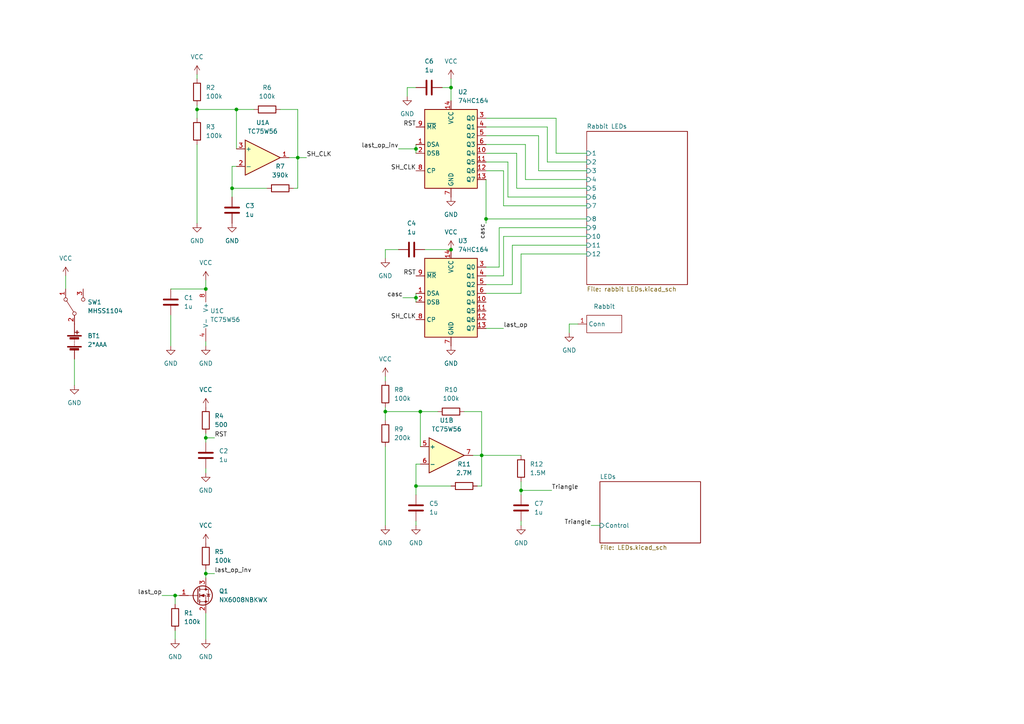
<source format=kicad_sch>
(kicad_sch (version 20211123) (generator eeschema)
  (paper "A4")
  (lib_symbols
    (symbol "74xx:74HC164"
      (property "Reference" "U" (at 1.905 -13.97 0))
      (property "Value" "74HC164" (at 1.905 -16.51 0))
      (symbol "74HC164_0_1"
        (rectangle (start 7.62 10.16) (end -7.62 -12.7) (stroke (width 0.254)) (fill (type background)))
      )
      (symbol "74HC164_1_1"
        (pin input line (at -10.16 0 0) (length 2.54) (name "DSA") (number "1"))
        (pin output line (at 10.16 -2.54 180) (length 2.54) (name "Q4") (number "10"))
        (pin output line (at 10.16 -5.08 180) (length 2.54) (name "Q5") (number "11"))
        (pin output line (at 10.16 -7.62 180) (length 2.54) (name "Q6") (number "12"))
        (pin output line (at 10.16 -10.16 180) (length 2.54) (name "Q7") (number "13"))
        (pin power_in line (at 0 12.7 270) (length 2.54) (name "VCC") (number "14"))
        (pin input line (at -10.16 -2.54 0) (length 2.54) (name "DSB") (number "2"))
        (pin output line (at 10.16 7.62 180) (length 2.54) (name "Q0") (number "3"))
        (pin output line (at 10.16 5.08 180) (length 2.54) (name "Q1") (number "4"))
        (pin output line (at 10.16 2.54 180) (length 2.54) (name "Q2") (number "5"))
        (pin output line (at 10.16 0 180) (length 2.54) (name "Q3") (number "6"))
        (pin power_in line (at 0 -15.24 90) (length 2.54) (name "GND") (number "7"))
        (pin input line (at -10.16 -7.62 0) (length 2.54) (name "CP") (number "8"))
        (pin input line (at -10.16 5.08 0) (length 2.54) (name "~{MR}") (number "9"))
      )
    )
    (symbol "Device:Battery" (pin_numbers hide) (pin_names (offset 0) hide)
      (property "Reference" "BT" (at 2.54 2.54 0))
      (property "Value" "Battery" (at 2.54 0 0))
      (symbol "Battery_0_1"
        (rectangle (start -2.032 -1.397) (end 2.032 -1.651) (fill (type outline)))
        (rectangle (start -2.032 1.778) (end 2.032 1.524) (fill (type outline)))
        (rectangle (start -1.3208 -1.9812) (end 1.27 -2.4892) (fill (type outline)))
        (rectangle (start -1.3208 1.1938) (end 1.27 0.6858) (fill (type outline)))
        (polyline (pts (xy 0 -1.524) (xy 0 -1.27)))
        (polyline (pts (xy 0 -1.016) (xy 0 -0.762)))
        (polyline (pts (xy 0 -0.508) (xy 0 -0.254)))
        (polyline (pts (xy 0 0) (xy 0 0.254)))
        (polyline (pts (xy 0 0.508) (xy 0 0.762)))
        (polyline (pts (xy 0 1.778) (xy 0 2.54)))
        (polyline (pts (xy 0.254 2.667) (xy 1.27 2.667)) (stroke (width 0.254)))
        (polyline (pts (xy 0.762 3.175) (xy 0.762 2.159)) (stroke (width 0.254)))
      )
      (symbol "Battery_1_1"
        (pin passive line (at 0 5.08 270) (length 2.54) (name "+") (number "1"))
        (pin passive line (at 0 -5.08 90) (length 2.54) (name "-") (number "2"))
      )
    )
    (symbol "Device:C" (pin_numbers hide) (pin_names (offset 0.254))
      (property "Reference" "C" (at 0.635 2.54 0))
      (property "Value" "C" (at 0.635 -2.54 0))
      (symbol "C_0_1"
        (polyline (pts (xy -2.032 -0.762) (xy 2.032 -0.762)) (stroke (width 0.508)))
        (polyline (pts (xy -2.032 0.762) (xy 2.032 0.762)) (stroke (width 0.508)))
      )
      (symbol "C_1_1"
        (pin passive line (at 0 3.81 270) (length 2.794) (name "~") (number "1"))
        (pin passive line (at 0 -3.81 90) (length 2.794) (name "~") (number "2"))
      )
    )
    (symbol "Device:R" (pin_numbers hide) (pin_names (offset 0))
      (property "Reference" "R" (at 2.032 0 90))
      (property "Value" "R" (at 0 0 90))
      (symbol "R_0_1"
        (rectangle (start -1.016 -2.54) (end 1.016 2.54) (stroke (width 0.254)))
      )
      (symbol "R_1_1"
        (pin passive line (at 0 3.81 270) (length 1.27) (name "~") (number "1"))
        (pin passive line (at 0 -3.81 90) (length 1.27) (name "~") (number "2"))
      )
    )
    (symbol "Library:Rabbit"
      (property "Reference" "U" (at 0 2.54 0))
      (property "Value" "Rabbit" (at 0 0 0))
      (symbol "Rabbit_0_1"
        (rectangle (start -5.08 -1.27) (end 5.08 -6.35))
      )
      (symbol "Rabbit_1_1"
        (pin bidirectional line (at 7.62 -3.81 180) (length 2.54) (name "Conn") (number "1"))
      )
    )
    (symbol "Library:TC75W56" (pin_names (offset 0.127))
      (property "Reference" "U" (at 3.81 3.81 0))
      (property "Value" "TC75W56" (at 6.35 -3.81 0))
      (symbol "TC75W56_1_1"
        (polyline (pts (xy -5.08 5.08) (xy 5.08 0) (xy -5.08 -5.08) (xy -5.08 5.08)) (stroke (width 0.254)) (fill (type background)))
        (pin output line (at 7.62 0 180) (length 2.54) (name "~") (number "1"))
        (pin input line (at -7.62 -2.54 0) (length 2.54) (name "-") (number "2"))
        (pin input line (at -7.62 2.54 0) (length 2.54) (name "+") (number "3"))
      )
      (symbol "TC75W56_2_1"
        (polyline (pts (xy -5.08 5.08) (xy 5.08 0) (xy -5.08 -5.08) (xy -5.08 5.08)) (stroke (width 0.254)) (fill (type background)))
        (pin input line (at -7.62 2.54 0) (length 2.54) (name "+") (number "5"))
        (pin input line (at -7.62 -2.54 0) (length 2.54) (name "-") (number "6"))
        (pin output line (at 7.62 0 180) (length 2.54) (name "~") (number "7"))
      )
      (symbol "TC75W56_3_1"
        (pin power_in line (at -2.54 -7.62 90) (length 3.81) (name "V-") (number "4"))
        (pin power_in line (at -2.54 7.62 270) (length 3.81) (name "V+") (number "8"))
      )
    )
    (symbol "Switch:SW_SPDT" (pin_names (offset 0) hide)
      (property "Reference" "SW" (at 0 4.318 0))
      (property "Value" "SW_SPDT" (at 0 -5.08 0))
      (symbol "SW_SPDT_0_0"
        (circle (center -2.032 0) (radius 0.508))
        (circle (center 2.032 -2.54) (radius 0.508))
      )
      (symbol "SW_SPDT_0_1"
        (polyline (pts (xy -1.524 0.254) (xy 1.651 2.286)))
        (circle (center 2.032 2.54) (radius 0.508))
      )
      (symbol "SW_SPDT_1_1"
        (pin passive line (at 5.08 2.54 180) (length 2.54) (name "A") (number "1"))
        (pin passive line (at -5.08 0 0) (length 2.54) (name "B") (number "2"))
        (pin passive line (at 5.08 -2.54 180) (length 2.54) (name "C") (number "3"))
      )
    )
    (symbol "Transistor_FET:BSN20" (pin_names hide)
      (property "Reference" "Q" (at 5.08 1.905 0))
      (property "Value" "BSN20" (at 5.08 0 0))
      (symbol "BSN20_0_1"
        (polyline (pts (xy 0.254 0) (xy -2.54 0)))
        (polyline (pts (xy 0.254 1.905) (xy 0.254 -1.905)) (stroke (width 0.254)))
        (polyline (pts (xy 0.762 -1.27) (xy 0.762 -2.286)) (stroke (width 0.254)))
        (polyline (pts (xy 0.762 0.508) (xy 0.762 -0.508)) (stroke (width 0.254)))
        (polyline (pts (xy 0.762 2.286) (xy 0.762 1.27)) (stroke (width 0.254)))
        (polyline (pts (xy 2.54 2.54) (xy 2.54 1.778)))
        (polyline (pts (xy 2.54 -2.54) (xy 2.54 0) (xy 0.762 0)))
        (polyline (pts (xy 0.762 -1.778) (xy 3.302 -1.778) (xy 3.302 1.778) (xy 0.762 1.778)))
        (polyline (pts (xy 1.016 0) (xy 2.032 0.381) (xy 2.032 -0.381) (xy 1.016 0)) (fill (type outline)))
        (polyline (pts (xy 2.794 0.508) (xy 2.921 0.381) (xy 3.683 0.381) (xy 3.81 0.254)))
        (polyline (pts (xy 3.302 0.381) (xy 2.921 -0.254) (xy 3.683 -0.254) (xy 3.302 0.381)))
        (circle (center 1.651 0) (radius 2.794) (stroke (width 0.254)))
        (circle (center 2.54 -1.778) (radius 0.254) (fill (type outline)))
        (circle (center 2.54 1.778) (radius 0.254) (fill (type outline)))
      )
      (symbol "BSN20_1_1"
        (pin input line (at -5.08 0 0) (length 2.54) (name "G") (number "1"))
        (pin passive line (at 2.54 -5.08 90) (length 2.54) (name "S") (number "2"))
        (pin passive line (at 2.54 5.08 270) (length 2.54) (name "D") (number "3"))
      )
    )
    (symbol "power:GND" (power) (pin_names (offset 0))
      (property "Value" "GND" (at 0 -3.81 0))
      (symbol "GND_0_1"
        (polyline (pts (xy 0 0) (xy 0 -1.27) (xy 1.27 -1.27) (xy 0 -2.54) (xy -1.27 -1.27) (xy 0 -1.27)))
      )
      (symbol "GND_1_1"
        (pin power_in line (at 0 0 270) (length 0) hide (name "GND") (number "1"))
      )
    )
    (symbol "power:VCC" (power) (pin_names (offset 0))
      (property "Value" "VCC" (at 0 3.81 0))
      (symbol "VCC_0_1"
        (polyline (pts (xy -0.762 1.27) (xy 0 2.54)))
        (polyline (pts (xy 0 0) (xy 0 2.54)))
        (polyline (pts (xy 0 2.54) (xy 0.762 1.27)))
      )
      (symbol "VCC_1_1"
        (pin power_in line (at 0 0 90) (length 0) hide (name "VCC") (number "1"))
      )
    )
  )
  (junction (at 121.92 119.38))
  (junction (at 67.31 54.61))
  (junction (at 139.7 132.08))
  (junction (at 151.13 142.24))
  (junction (at 130.81 25.4))
  (junction (at 50.8 172.72))
  (junction (at 68.58 31.75))
  (junction (at 59.69 166.37))
  (junction (at 130.81 72.39))
  (junction (at 59.69 127))
  (junction (at 120.65 140.97))
  (junction (at 111.76 119.38))
  (junction (at 57.15 31.75))
  (junction (at 86.36 45.72))
  (junction (at 120.65 86.36))
  (junction (at 120.65 43.18))
  (junction (at 140.97 63.5))
  (junction (at 59.69 83.82))
  (wire (pts (xy 149.86 44.45) (xy 140.97 44.45)))
  (wire (pts (xy 165.1 96.52) (xy 165.1 93.98)))
  (wire (pts (xy 111.76 119.38) (xy 111.76 121.92)))
  (wire (pts (xy 140.97 63.5) (xy 170.18 63.5)))
  (wire (pts (xy 146.05 49.53) (xy 140.97 49.53)))
  (wire (pts (xy 140.97 46.99) (xy 147.32 46.99)))
  (wire (pts (xy 144.78 66.04) (xy 170.18 66.04)))
  (wire (pts (xy 139.7 132.08) (xy 151.13 132.08)))
  (wire (pts (xy 57.15 31.75) (xy 68.58 31.75)))
  (wire (pts (xy 144.78 77.47) (xy 144.78 66.04)))
  (wire (pts (xy 170.18 73.66) (xy 151.13 73.66)))
  (wire (pts (xy 146.05 59.69) (xy 146.05 49.53)))
  (wire (pts (xy 86.36 45.72) (xy 88.9 45.72)))
  (wire (pts (xy 59.69 135.89) (xy 59.69 137.16)))
  (wire (pts (xy 170.18 68.58) (xy 146.05 68.58)))
  (wire (pts (xy 158.75 36.83) (xy 158.75 46.99)))
  (wire (pts (xy 59.69 125.73) (xy 59.69 127)))
  (wire (pts (xy 123.19 72.39) (xy 130.81 72.39)))
  (wire (pts (xy 85.09 54.61) (xy 86.36 54.61)))
  (wire (pts (xy 134.62 119.38) (xy 139.7 119.38)))
  (wire (pts (xy 161.29 44.45) (xy 170.18 44.45)))
  (wire (pts (xy 111.76 72.39) (xy 115.57 72.39)))
  (wire (pts (xy 59.69 81.28) (xy 59.69 83.82)))
  (wire (pts (xy 120.65 43.18) (xy 120.65 44.45)))
  (wire (pts (xy 128.27 25.4) (xy 130.81 25.4)))
  (wire (pts (xy 151.13 85.09) (xy 140.97 85.09)))
  (wire (pts (xy 111.76 119.38) (xy 121.92 119.38)))
  (wire (pts (xy 151.13 73.66) (xy 151.13 85.09)))
  (wire (pts (xy 57.15 31.75) (xy 57.15 34.29)))
  (wire (pts (xy 170.18 59.69) (xy 146.05 59.69)))
  (wire (pts (xy 146.05 80.01) (xy 140.97 80.01)))
  (wire (pts (xy 59.69 166.37) (xy 62.23 166.37)))
  (wire (pts (xy 151.13 142.24) (xy 151.13 143.51)))
  (wire (pts (xy 111.76 109.22) (xy 111.76 110.49)))
  (wire (pts (xy 67.31 48.26) (xy 68.58 48.26)))
  (wire (pts (xy 59.69 127) (xy 59.69 128.27)))
  (wire (pts (xy 21.59 104.14) (xy 21.59 111.76)))
  (wire (pts (xy 156.21 49.53) (xy 156.21 39.37)))
  (wire (pts (xy 59.69 165.1) (xy 59.69 166.37)))
  (wire (pts (xy 118.11 27.94) (xy 118.11 25.4)))
  (wire (pts (xy 50.8 182.88) (xy 50.8 185.42)))
  (wire (pts (xy 152.4 41.91) (xy 152.4 52.07)))
  (wire (pts (xy 120.65 41.91) (xy 120.65 43.18)))
  (wire (pts (xy 121.92 119.38) (xy 127 119.38)))
  (wire (pts (xy 50.8 172.72) (xy 52.07 172.72)))
  (wire (pts (xy 59.69 177.8) (xy 59.69 185.42)))
  (wire (pts (xy 120.65 85.09) (xy 120.65 86.36)))
  (wire (pts (xy 86.36 31.75) (xy 86.36 45.72)))
  (wire (pts (xy 138.43 140.97) (xy 139.7 140.97)))
  (wire (pts (xy 161.29 34.29) (xy 161.29 44.45)))
  (wire (pts (xy 68.58 31.75) (xy 73.66 31.75)))
  (wire (pts (xy 158.75 46.99) (xy 170.18 46.99)))
  (wire (pts (xy 151.13 139.7) (xy 151.13 142.24)))
  (wire (pts (xy 57.15 64.77) (xy 57.15 41.91)))
  (wire (pts (xy 137.16 132.08) (xy 139.7 132.08)))
  (wire (pts (xy 148.59 71.12) (xy 170.18 71.12)))
  (wire (pts (xy 49.53 83.82) (xy 59.69 83.82)))
  (wire (pts (xy 49.53 91.44) (xy 49.53 100.33)))
  (wire (pts (xy 140.97 64.77) (xy 140.97 63.5)))
  (wire (pts (xy 81.28 31.75) (xy 86.36 31.75)))
  (wire (pts (xy 146.05 95.25) (xy 140.97 95.25)))
  (wire (pts (xy 86.36 45.72) (xy 83.82 45.72)))
  (wire (pts (xy 130.81 22.86) (xy 130.81 25.4)))
  (wire (pts (xy 121.92 119.38) (xy 121.92 129.54)))
  (wire (pts (xy 50.8 172.72) (xy 50.8 175.26)))
  (wire (pts (xy 57.15 30.48) (xy 57.15 31.75)))
  (wire (pts (xy 68.58 31.75) (xy 68.58 43.18)))
  (wire (pts (xy 140.97 34.29) (xy 161.29 34.29)))
  (wire (pts (xy 59.69 100.33) (xy 59.69 99.06)))
  (wire (pts (xy 120.65 86.36) (xy 120.65 87.63)))
  (wire (pts (xy 140.97 82.55) (xy 148.59 82.55)))
  (wire (pts (xy 140.97 63.5) (xy 140.97 52.07)))
  (wire (pts (xy 120.65 143.51) (xy 120.65 140.97)))
  (wire (pts (xy 148.59 82.55) (xy 148.59 71.12)))
  (wire (pts (xy 46.99 172.72) (xy 50.8 172.72)))
  (wire (pts (xy 147.32 57.15) (xy 170.18 57.15)))
  (wire (pts (xy 120.65 140.97) (xy 130.81 140.97)))
  (wire (pts (xy 120.65 152.4) (xy 120.65 151.13)))
  (wire (pts (xy 139.7 119.38) (xy 139.7 132.08)))
  (wire (pts (xy 67.31 54.61) (xy 77.47 54.61)))
  (wire (pts (xy 152.4 52.07) (xy 170.18 52.07)))
  (wire (pts (xy 111.76 74.93) (xy 111.76 72.39)))
  (wire (pts (xy 116.84 86.36) (xy 120.65 86.36)))
  (wire (pts (xy 146.05 68.58) (xy 146.05 80.01)))
  (wire (pts (xy 115.57 43.18) (xy 120.65 43.18)))
  (wire (pts (xy 59.69 166.37) (xy 59.69 167.64)))
  (wire (pts (xy 139.7 132.08) (xy 139.7 140.97)))
  (wire (pts (xy 171.45 152.4) (xy 173.99 152.4)))
  (wire (pts (xy 147.32 46.99) (xy 147.32 57.15)))
  (wire (pts (xy 170.18 54.61) (xy 149.86 54.61)))
  (wire (pts (xy 120.65 140.97) (xy 120.65 134.62)))
  (wire (pts (xy 120.65 134.62) (xy 121.92 134.62)))
  (wire (pts (xy 86.36 45.72) (xy 86.36 54.61)))
  (wire (pts (xy 118.11 25.4) (xy 120.65 25.4)))
  (wire (pts (xy 170.18 49.53) (xy 156.21 49.53)))
  (wire (pts (xy 111.76 118.11) (xy 111.76 119.38)))
  (wire (pts (xy 140.97 41.91) (xy 152.4 41.91)))
  (wire (pts (xy 57.15 21.59) (xy 57.15 22.86)))
  (wire (pts (xy 140.97 77.47) (xy 144.78 77.47)))
  (wire (pts (xy 19.05 80.01) (xy 19.05 83.82)))
  (wire (pts (xy 151.13 151.13) (xy 151.13 152.4)))
  (wire (pts (xy 149.86 54.61) (xy 149.86 44.45)))
  (wire (pts (xy 140.97 36.83) (xy 158.75 36.83)))
  (wire (pts (xy 67.31 57.15) (xy 67.31 54.61)))
  (wire (pts (xy 67.31 54.61) (xy 67.31 48.26)))
  (wire (pts (xy 165.1 93.98) (xy 167.64 93.98)))
  (wire (pts (xy 111.76 152.4) (xy 111.76 129.54)))
  (wire (pts (xy 156.21 39.37) (xy 140.97 39.37)))
  (wire (pts (xy 130.81 25.4) (xy 130.81 29.21)))
  (wire (pts (xy 62.23 127) (xy 59.69 127)))
  (wire (pts (xy 151.13 142.24) (xy 160.02 142.24)))
  (label "last_op_inv" (at 115.57 43.18 180))
  (label "RST" (at 62.23 127 0))
  (label "casc" (at 140.97 64.77 270))
  (label "casc" (at 116.84 86.36 180))
  (label "Triangle" (at 160.02 142.24 0))
  (label "last_op" (at 146.05 95.25 0))
  (label "Triangle" (at 171.45 152.4 180))
  (label "RST" (at 120.65 80.01 180))
  (label "SH_CLK" (at 120.65 49.53 180))
  (label "RST" (at 120.65 36.83 180))
  (label "last_op" (at 46.99 172.72 180))
  (label "SH_CLK" (at 120.65 92.71 180))
  (label "SH_CLK" (at 88.9 45.72 0))
  (label "last_op_inv" (at 62.23 166.37 0))
  (symbol (lib_id "Library:TC75W56") (at 76.2 45.72 0) (unit 1)
    (property "Reference" "U1" (at 76.2 35.56 0))
    (property "Value" "TC75W56" (at 76.2 38.1 0))
    (property "Footprint" "Package_SO:VSSOP-8_2.3x2mm_P0.5mm" (effects hide))
    (property "Datasheet" "https://toshiba.semicon-storage.com/info/TC75W56FU_datasheet_en_20171201.pdf?did=21013&prodName=TC75W56FU" (effects hide))
  )
  (symbol (lib_id "power:VCC") (at 19.05 80.01 0) (unit 1)
    (property "Reference" "#PWR01" (effects hide))
    (property "Value" "VCC" (at 19.05 74.93 0))
  )
  (symbol (lib_id "Device:R") (at 50.8 179.07 180) (unit 1)
    (property "Reference" "R1" (at 53.34 177.7999 0) (effects (justify right)))
    (property "Value" "100k" (at 53.34 180.3399 0) (effects (justify right)))
    (property "Footprint" "Resistor_SMD:R_1206_3216Metric_Pad1.30x1.75mm_HandSolder" (effects hide))
  )
  (symbol (lib_id "Device:C") (at 49.53 87.63 0) (unit 1)
    (property "Reference" "C1" (at 53.34 86.3599 0) (effects (justify left)))
    (property "Value" "1u" (at 53.34 88.8999 0) (effects (justify left)))
    (property "Footprint" "Capacitor_SMD:C_1206_3216Metric_Pad1.33x1.80mm_HandSolder" (effects hide))
    (property "PN" "CL31B105KAHNNNE" (effects hide))
  )
  (symbol (lib_id "power:GND") (at 130.81 100.33 0) (unit 1)
    (property "Reference" "#PWR022" (effects hide))
    (property "Value" "GND" (at 130.81 105.41 0))
  )
  (symbol (lib_id "power:GND") (at 151.13 152.4 0) (unit 1)
    (property "Reference" "#PWR023" (effects hide))
    (property "Value" "GND" (at 151.13 157.48 0))
  )
  (symbol (lib_id "power:GND") (at 50.8 185.42 0) (unit 1)
    (property "Reference" "#PWR04" (effects hide))
    (property "Value" "GND" (at 50.8 190.5 0))
  )
  (symbol (lib_id "Device:R") (at 130.81 119.38 270) (unit 1)
    (property "Reference" "R10" (at 130.81 113.03 90))
    (property "Value" "100k" (at 130.81 115.57 90))
    (property "Footprint" "Resistor_SMD:R_1206_3216Metric_Pad1.30x1.75mm_HandSolder" (effects hide))
  )
  (symbol (lib_id "Transistor_FET:BSN20") (at 57.15 172.72 0) (unit 1)
    (property "Reference" "Q1" (at 63.5 171.4499 0) (effects (justify left)))
    (property "Value" "NX6008NBKWX" (at 63.5 173.9899 0) (effects (justify left)))
    (property "Footprint" "Package_TO_SOT_SMD:SOT-323_SC-70_Handsoldering" (effects hide))
    (property "Datasheet" "https://assets.nexperia.com/documents/data-sheet/NX6008NBKW.pdf" (effects hide))
    (property "PN" "NX6008NBKWX" (effects hide))
  )
  (symbol (lib_id "Device:R") (at 81.28 54.61 270) (unit 1)
    (property "Reference" "R7" (at 81.28 48.26 90))
    (property "Value" "390k" (at 81.28 50.8 90))
    (property "Footprint" "Resistor_SMD:R_1206_3216Metric_Pad1.30x1.75mm_HandSolder" (effects hide))
  )
  (symbol (lib_id "Switch:SW_SPDT") (at 21.59 88.9 90) (unit 1)
    (property "Reference" "SW1" (at 25.4 87.6299 90) (effects (justify right)))
    (property "Value" "MHSS1104" (at 25.4 90.1699 90) (effects (justify right)))
    (property "Footprint" "Library:MHSS1104" (effects hide))
    (property "PN" "MHSS1104" (effects hide))
  )
  (symbol (lib_id "power:GND") (at 57.15 64.77 0) (unit 1)
    (property "Reference" "#PWR06" (effects hide))
    (property "Value" "GND" (at 57.15 69.85 0))
  )
  (symbol (lib_id "Device:C") (at 67.31 60.96 0) (unit 1)
    (property "Reference" "C3" (at 71.12 59.6899 0) (effects (justify left)))
    (property "Value" "1u" (at 71.12 62.2299 0) (effects (justify left)))
    (property "Footprint" "Capacitor_SMD:C_1206_3216Metric_Pad1.33x1.80mm_HandSolder" (effects hide))
    (property "PN" "CL31B105KAHNNNE" (effects hide))
  )
  (symbol (lib_id "Device:R") (at 151.13 135.89 0) (unit 1)
    (property "Reference" "R12" (at 153.67 134.6199 0) (effects (justify left)))
    (property "Value" "1.5M" (at 153.67 137.1599 0) (effects (justify left)))
    (property "Footprint" "Resistor_SMD:R_1206_3216Metric_Pad1.30x1.75mm_HandSolder" (effects hide))
  )
  (symbol (lib_id "power:GND") (at 111.76 152.4 0) (unit 1)
    (property "Reference" "#PWR016" (effects hide))
    (property "Value" "GND" (at 111.76 157.48 0))
  )
  (symbol (lib_id "power:GND") (at 118.11 27.94 0) (unit 1)
    (property "Reference" "#PWR017" (effects hide))
    (property "Value" "GND" (at 118.11 33.02 0))
  )
  (symbol (lib_id "power:GND") (at 21.59 111.76 0) (unit 1)
    (property "Reference" "#PWR02" (effects hide))
    (property "Value" "GND" (at 21.59 116.84 0))
  )
  (symbol (lib_id "Device:Battery") (at 21.59 99.06 0) (unit 1)
    (property "Reference" "BT1" (at 25.4 97.4089 0) (effects (justify left)))
    (property "Value" "2*AAA" (at 25.4 99.9489 0) (effects (justify left)))
    (property "Footprint" "Battery:BatteryHolder_Keystone_2468_2xAAA" (effects hide))
  )
  (symbol (lib_id "Device:C") (at 151.13 147.32 0) (unit 1)
    (property "Reference" "C7" (at 154.94 146.0499 0) (effects (justify left)))
    (property "Value" "1u" (at 154.94 148.5899 0) (effects (justify left)))
    (property "Footprint" "Capacitor_SMD:C_1206_3216Metric_Pad1.33x1.80mm_HandSolder" (effects hide))
    (property "PN" "CL31B105KAHNNNE" (effects hide))
  )
  (symbol (lib_id "Library:TC75W56") (at 129.54 132.08 0) (unit 2)
    (property "Reference" "U1" (at 129.54 121.92 0))
    (property "Value" "TC75W56" (at 129.54 124.46 0))
    (property "Footprint" "Package_SO:VSSOP-8_2.3x2mm_P0.5mm" (effects hide))
    (property "Datasheet" "https://toshiba.semicon-storage.com/info/TC75W56FU_datasheet_en_20171201.pdf?did=21013&prodName=TC75W56FU" (effects hide))
  )
  (symbol (lib_id "Device:C") (at 120.65 147.32 0) (unit 1)
    (property "Reference" "C5" (at 124.46 146.0499 0) (effects (justify left)))
    (property "Value" "1u" (at 124.46 148.5899 0) (effects (justify left)))
    (property "Footprint" "Capacitor_SMD:C_1206_3216Metric_Pad1.33x1.80mm_HandSolder" (effects hide))
    (property "PN" "CL31B105KAHNNNE" (effects hide))
  )
  (symbol (lib_id "Device:C") (at 59.69 132.08 0) (unit 1)
    (property "Reference" "C2" (at 63.5 130.8099 0) (effects (justify left)))
    (property "Value" "1u" (at 63.5 133.3499 0) (effects (justify left)))
    (property "Footprint" "Capacitor_SMD:C_1206_3216Metric_Pad1.33x1.80mm_HandSolder" (effects hide))
    (property "PN" "CL31B105KAHNNNE" (effects hide))
  )
  (symbol (lib_id "power:VCC") (at 59.69 118.11 0) (unit 1)
    (property "Reference" "#PWR09" (effects hide))
    (property "Value" "VCC" (at 59.69 113.03 0))
  )
  (symbol (lib_id "Device:R") (at 134.62 140.97 270) (unit 1)
    (property "Reference" "R11" (at 134.62 134.62 90))
    (property "Value" "2.7M" (at 134.62 137.16 90))
    (property "Footprint" "Resistor_SMD:R_1206_3216Metric_Pad1.30x1.75mm_HandSolder" (effects hide))
  )
  (symbol (lib_id "Device:R") (at 57.15 38.1 0) (unit 1)
    (property "Reference" "R3" (at 59.69 36.8299 0) (effects (justify left)))
    (property "Value" "100k" (at 59.69 39.3699 0) (effects (justify left)))
    (property "Footprint" "Resistor_SMD:R_1206_3216Metric_Pad1.30x1.75mm_HandSolder" (effects hide))
  )
  (symbol (lib_id "power:VCC") (at 130.81 72.39 0) (unit 1)
    (property "Reference" "#PWR021" (effects hide))
    (property "Value" "VCC" (at 130.81 67.31 0))
  )
  (symbol (lib_id "Library:TC75W56") (at 62.23 91.44 0) (unit 3)
    (property "Reference" "U1" (at 60.96 90.1699 0) (effects (justify left)))
    (property "Value" "TC75W56" (at 60.96 92.7099 0) (effects (justify left)))
    (property "Footprint" "Package_SO:VSSOP-8_2.3x2mm_P0.5mm" (effects hide))
    (property "Datasheet" "https://toshiba.semicon-storage.com/info/TC75W56FU_datasheet_en_20171201.pdf?did=21013&prodName=TC75W56FU" (effects hide))
  )
  (symbol (lib_id "power:GND") (at 59.69 137.16 0) (unit 1)
    (property "Reference" "#PWR010" (effects hide))
    (property "Value" "GND" (at 59.69 142.24 0))
  )
  (symbol (lib_id "power:VCC") (at 111.76 109.22 0) (unit 1)
    (property "Reference" "#PWR015" (effects hide))
    (property "Value" "VCC" (at 111.76 104.14 0))
  )
  (symbol (lib_id "power:VCC") (at 57.15 21.59 0) (unit 1)
    (property "Reference" "#PWR05" (effects hide))
    (property "Value" "VCC" (at 57.15 16.51 0))
  )
  (symbol (lib_id "power:GND") (at 165.1 96.52 0) (mirror y) (unit 1)
    (property "Reference" "#PWR024" (effects hide))
    (property "Value" "GND" (at 165.1 101.6 0))
  )
  (symbol (lib_id "Device:C") (at 119.38 72.39 90) (unit 1)
    (property "Reference" "C4" (at 119.38 64.77 90))
    (property "Value" "1u" (at 119.38 67.31 90))
    (property "Footprint" "Capacitor_SMD:C_1206_3216Metric_Pad1.33x1.80mm_HandSolder" (effects hide))
  )
  (symbol (lib_id "power:GND") (at 59.69 185.42 0) (unit 1)
    (property "Reference" "#PWR012" (effects hide))
    (property "Value" "GND" (at 59.69 190.5 0))
  )
  (symbol (lib_id "power:VCC") (at 59.69 157.48 0) (unit 1)
    (property "Reference" "#PWR011" (effects hide))
    (property "Value" "VCC" (at 59.69 152.4 0))
  )
  (symbol (lib_id "power:VCC") (at 59.69 81.28 0) (unit 1)
    (property "Reference" "#PWR07" (effects hide))
    (property "Value" "VCC" (at 59.69 76.2 0))
  )
  (symbol (lib_id "Library:Rabbit") (at 175.26 90.17 0) (mirror y) (unit 1) (in_bom no)
    (property "Reference" "U4" (effects hide))
    (property "Value" "Rabbit" (at 175.26 88.9 0))
    (property "Footprint" "Library:Rabbit" (effects hide))
  )
  (symbol (lib_id "power:GND") (at 49.53 100.33 0) (unit 1)
    (property "Reference" "#PWR03" (effects hide))
    (property "Value" "GND" (at 49.53 105.41 0))
  )
  (symbol (lib_id "Device:R") (at 111.76 125.73 0) (unit 1)
    (property "Reference" "R9" (at 114.3 124.4599 0) (effects (justify left)))
    (property "Value" "200k" (at 114.3 126.9999 0) (effects (justify left)))
    (property "Footprint" "Resistor_SMD:R_1206_3216Metric_Pad1.30x1.75mm_HandSolder" (effects hide))
  )
  (symbol (lib_id "Device:R") (at 59.69 121.92 0) (unit 1)
    (property "Reference" "R4" (at 62.23 120.6499 0) (effects (justify left)))
    (property "Value" "500" (at 62.23 123.1899 0) (effects (justify left)))
    (property "Footprint" "Resistor_SMD:R_1206_3216Metric_Pad1.30x1.75mm_HandSolder" (effects hide))
  )
  (symbol (lib_id "Device:R") (at 77.47 31.75 270) (unit 1)
    (property "Reference" "R6" (at 77.47 25.4 90))
    (property "Value" "100k" (at 77.47 27.94 90))
    (property "Footprint" "Resistor_SMD:R_1206_3216Metric_Pad1.30x1.75mm_HandSolder" (effects hide))
  )
  (symbol (lib_id "74xx:74HC164") (at 130.81 41.91 0) (unit 1)
    (property "Reference" "U2" (at 132.8294 26.67 0) (effects (justify left)))
    (property "Value" "74HC164" (at 132.8294 29.21 0) (effects (justify left)))
    (property "Footprint" "Package_SO:SOIC-14_3.9x8.7mm_P1.27mm" (effects hide))
    (property "Datasheet" "https://assets.nexperia.com/documents/data-sheet/74HC_HCT164.pdf" (effects hide))
    (property "PN" "MC74HC164ADR2G" (effects hide))
  )
  (symbol (lib_id "Device:R") (at 111.76 114.3 0) (unit 1)
    (property "Reference" "R8" (at 114.3 113.0299 0) (effects (justify left)))
    (property "Value" "100k" (at 114.3 115.5699 0) (effects (justify left)))
    (property "Footprint" "Resistor_SMD:R_1206_3216Metric_Pad1.30x1.75mm_HandSolder" (effects hide))
  )
  (symbol (lib_id "Device:C") (at 124.46 25.4 90) (unit 1)
    (property "Reference" "C6" (at 124.46 17.78 90))
    (property "Value" "1u" (at 124.46 20.32 90))
    (property "Footprint" "Capacitor_SMD:C_1206_3216Metric_Pad1.33x1.80mm_HandSolder" (effects hide))
  )
  (symbol (lib_id "power:GND") (at 120.65 152.4 0) (unit 1)
    (property "Reference" "#PWR018" (effects hide))
    (property "Value" "GND" (at 120.65 157.48 0))
  )
  (symbol (lib_id "74xx:74HC164") (at 130.81 85.09 0) (unit 1)
    (property "Reference" "U3" (at 132.8294 69.85 0) (effects (justify left)))
    (property "Value" "74HC164" (at 132.8294 72.39 0) (effects (justify left)))
    (property "Footprint" "Package_SO:SOIC-14_3.9x8.7mm_P1.27mm" (effects hide))
    (property "Datasheet" "https://assets.nexperia.com/documents/data-sheet/74HC_HCT164.pdf" (effects hide))
    (property "PN" "MC74HC164ADR2G" (effects hide))
  )
  (symbol (lib_id "power:GND") (at 59.69 100.33 0) (unit 1)
    (property "Reference" "#PWR08" (effects hide))
    (property "Value" "GND" (at 59.69 105.41 0))
  )
  (symbol (lib_id "power:VCC") (at 130.81 22.86 0) (unit 1)
    (property "Reference" "#PWR019" (effects hide))
    (property "Value" "VCC" (at 130.81 17.78 0))
  )
  (symbol (lib_id "Device:R") (at 59.69 161.29 0) (unit 1)
    (property "Reference" "R5" (at 62.23 160.0199 0) (effects (justify left)))
    (property "Value" "100k" (at 62.23 162.5599 0) (effects (justify left)))
    (property "Footprint" "Resistor_SMD:R_1206_3216Metric_Pad1.30x1.75mm_HandSolder" (effects hide))
  )
  (symbol (lib_id "power:GND") (at 67.31 64.77 0) (unit 1)
    (property "Reference" "#PWR013" (effects hide))
    (property "Value" "GND" (at 67.31 69.85 0))
  )
  (symbol (lib_id "power:GND") (at 111.76 74.93 0) (unit 1)
    (property "Reference" "#PWR014" (effects hide))
    (property "Value" "GND" (at 111.76 80.01 0))
  )
  (symbol (lib_id "power:GND") (at 130.81 57.15 0) (unit 1)
    (property "Reference" "#PWR020" (effects hide))
    (property "Value" "GND" (at 130.81 62.23 0))
  )
  (symbol (lib_id "Device:R") (at 57.15 26.67 0) (unit 1)
    (property "Reference" "R2" (at 59.69 25.3999 0) (effects (justify left)))
    (property "Value" "100k" (at 59.69 27.9399 0) (effects (justify left)))
    (property "Footprint" "Resistor_SMD:R_1206_3216Metric_Pad1.30x1.75mm_HandSolder" (effects hide))
  )
  (sheet (at 173.99 139.7) (size 29.21 17.78) (stroke (width 0.1524))
    (property "Sheet name" "LEDs" (at 173.99 138.9884 0) (effects (justify left bottom)))
    (property "Sheet file" "LEDs.kicad_sch" (at 173.99 158.0646 0) (effects (justify left top)))
    (pin "Control" input (at 173.99 152.4 180))
  )
  (sheet (at 170.18 38.1) (size 29.21 44.45) (stroke (width 0.1524))
    (property "Sheet name" "Rabbit LEDs" (at 170.18 37.3884 0) (effects (justify left bottom)))
    (property "Sheet file" "rabbit LEDs.kicad_sch" (at 170.18 83.1346 0) (effects (justify left top)))
    (pin "8" input (at 170.18 63.5 180))
    (pin "9" input (at 170.18 66.04 180))
    (pin "10" input (at 170.18 68.58 180))
    (pin "11" input (at 170.18 71.12 180))
    (pin "12" input (at 170.18 73.66 180))
    (pin "5" input (at 170.18 54.61 180))
    (pin "6" input (at 170.18 57.15 180))
    (pin "7" input (at 170.18 59.69 180))
    (pin "2" input (at 170.18 46.99 180))
    (pin "4" input (at 170.18 52.07 180))
    (pin "3" input (at 170.18 49.53 180))
    (pin "1" input (at 170.18 44.45 180))
  )
)
</source>
